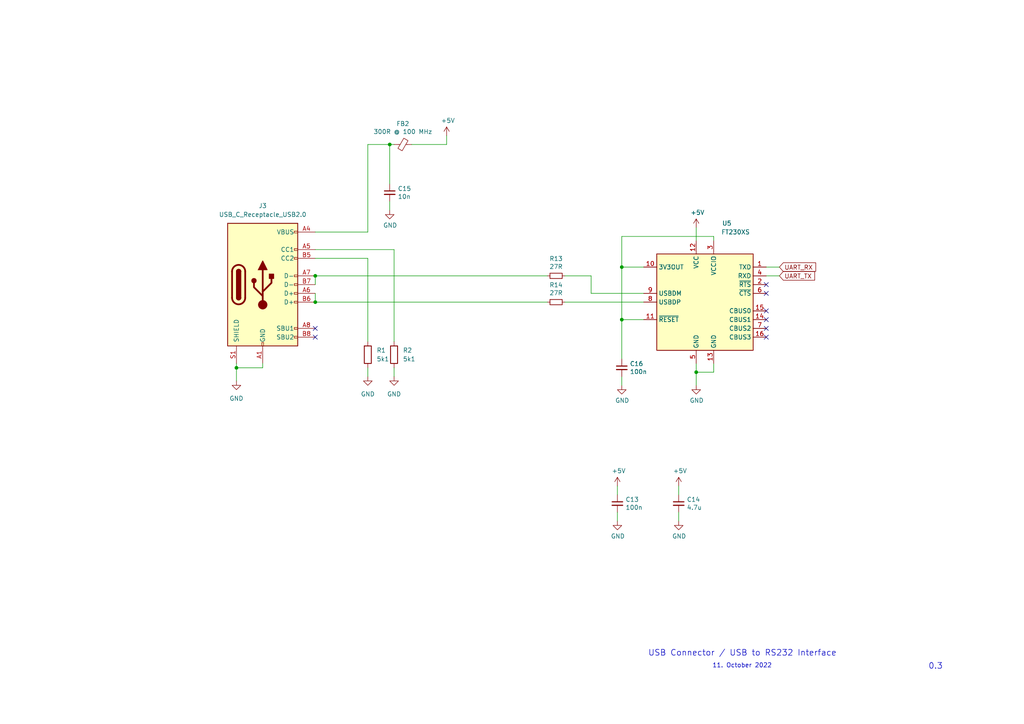
<source format=kicad_sch>
(kicad_sch (version 20211123) (generator eeschema)
  (paper "A4")
  (lib_symbols
    (symbol "Connector:USB_C_Receptacle_USB2.0" (pin_names (offset 1.016))
      (property "Reference" "J" (at -10.16 19.05 0))
      (property "Value" "USB_C_Receptacle_USB2.0" (at 19.05 19.05 0))
      (symbol "USB_C_Receptacle_USB2.0_0_0"
        (rectangle (start -0.254 -17.78) (end 0.254 -16.764))
        (rectangle (start 10.16 -14.986) (end 9.144 -15.494))
        (rectangle (start 10.16 -12.446) (end 9.144 -12.954))
        (rectangle (start 10.16 -4.826) (end 9.144 -5.334))
        (rectangle (start 10.16 -2.286) (end 9.144 -2.794))
        (rectangle (start 10.16 0.254) (end 9.144 -0.254))
        (rectangle (start 10.16 2.794) (end 9.144 2.286))
        (rectangle (start 10.16 7.874) (end 9.144 7.366))
        (rectangle (start 10.16 10.414) (end 9.144 9.906))
        (rectangle (start 10.16 15.494) (end 9.144 14.986))
      )
      (symbol "USB_C_Receptacle_USB2.0_0_1"
        (rectangle (start -10.16 17.78) (end 10.16 -17.78) (stroke (width 0.254)) (fill (type background)))
        (arc (start -8.89 -3.81) (mid -6.985 -5.715) (end -5.08 -3.81) (stroke (width 0.508)))
        (arc (start -7.62 -3.81) (mid -6.985 -4.445) (end -6.35 -3.81) (stroke (width 0.254)))
        (arc (start -7.62 -3.81) (mid -6.985 -4.445) (end -6.35 -3.81) (stroke (width 0.254)) (fill (type outline)))
        (rectangle (start -7.62 -3.81) (end -6.35 3.81) (stroke (width 0.254)) (fill (type outline)))
        (arc (start -6.35 3.81) (mid -6.985 4.445) (end -7.62 3.81) (stroke (width 0.254)))
        (arc (start -6.35 3.81) (mid -6.985 4.445) (end -7.62 3.81) (stroke (width 0.254)) (fill (type outline)))
        (arc (start -5.08 3.81) (mid -6.985 5.715) (end -8.89 3.81) (stroke (width 0.508)))
        (circle (center -2.54 1.143) (radius 0.635) (stroke (width 0.254)) (fill (type outline)))
        (circle (center 0 -5.842) (radius 1.27) (fill (type outline)))
        (polyline (pts (xy -8.89 -3.81) (xy -8.89 3.81)) (stroke (width 0.508)))
        (polyline (pts (xy -5.08 3.81) (xy -5.08 -3.81)) (stroke (width 0.508)))
        (polyline (pts (xy 0 -5.842) (xy 0 4.318)) (stroke (width 0.508)))
        (polyline (pts (xy 0 -3.302) (xy -2.54 -0.762) (xy -2.54 0.508)) (stroke (width 0.508)))
        (polyline (pts (xy 0 -2.032) (xy 2.54 0.508) (xy 2.54 1.778)) (stroke (width 0.508)))
        (polyline (pts (xy -1.27 4.318) (xy 0 6.858) (xy 1.27 4.318) (xy -1.27 4.318)) (stroke (width 0.254)) (fill (type outline)))
        (rectangle (start 1.905 1.778) (end 3.175 3.048) (stroke (width 0.254)) (fill (type outline)))
      )
      (symbol "USB_C_Receptacle_USB2.0_1_1"
        (pin passive line (at 0 -22.86 90) (length 5.08) (name "GND") (number "A1"))
        (pin passive line (at 0 -22.86 90) (length 5.08) hide (name "GND") (number "A12"))
        (pin passive line (at 15.24 15.24 180) (length 5.08) (name "VBUS") (number "A4"))
        (pin bidirectional line (at 15.24 10.16 180) (length 5.08) (name "CC1") (number "A5"))
        (pin bidirectional line (at 15.24 -2.54 180) (length 5.08) (name "D+") (number "A6"))
        (pin bidirectional line (at 15.24 2.54 180) (length 5.08) (name "D-") (number "A7"))
        (pin bidirectional line (at 15.24 -12.7 180) (length 5.08) (name "SBU1") (number "A8"))
        (pin passive line (at 15.24 15.24 180) (length 5.08) hide (name "VBUS") (number "A9"))
        (pin passive line (at 0 -22.86 90) (length 5.08) hide (name "GND") (number "B1"))
        (pin passive line (at 0 -22.86 90) (length 5.08) hide (name "GND") (number "B12"))
        (pin passive line (at 15.24 15.24 180) (length 5.08) hide (name "VBUS") (number "B4"))
        (pin bidirectional line (at 15.24 7.62 180) (length 5.08) (name "CC2") (number "B5"))
        (pin bidirectional line (at 15.24 -5.08 180) (length 5.08) (name "D+") (number "B6"))
        (pin bidirectional line (at 15.24 0 180) (length 5.08) (name "D-") (number "B7"))
        (pin bidirectional line (at 15.24 -15.24 180) (length 5.08) (name "SBU2") (number "B8"))
        (pin passive line (at 15.24 15.24 180) (length 5.08) hide (name "VBUS") (number "B9"))
        (pin passive line (at -7.62 -22.86 90) (length 5.08) (name "SHIELD") (number "S1"))
      )
    )
    (symbol "Device:C_Small" (pin_numbers hide) (pin_names (offset 0.254) hide)
      (property "Reference" "C" (at 0.254 1.778 0))
      (property "Value" "C_Small" (at 0.254 -2.032 0))
      (symbol "C_Small_0_1"
        (polyline (pts (xy -1.524 -0.508) (xy 1.524 -0.508)) (stroke (width 0.3302)))
        (polyline (pts (xy -1.524 0.508) (xy 1.524 0.508)) (stroke (width 0.3048)))
      )
      (symbol "C_Small_1_1"
        (pin passive line (at 0 2.54 270) (length 2.032) (name "~") (number "1"))
        (pin passive line (at 0 -2.54 90) (length 2.032) (name "~") (number "2"))
      )
    )
    (symbol "Device:Ferrite_Bead_Small" (pin_numbers hide) (pin_names (offset 0))
      (property "Reference" "FB" (at 1.905 1.27 0))
      (property "Value" "Device_Ferrite_Bead_Small" (at 1.905 -1.27 0))
      (symbol "Ferrite_Bead_Small_0_1"
        (polyline (pts (xy 0 -1.27) (xy 0 -0.7874)))
        (polyline (pts (xy 0 0.889) (xy 0 1.2954)))
        (polyline (pts (xy -1.8288 0.2794) (xy -1.1176 1.4986) (xy 1.8288 -0.2032) (xy 1.1176 -1.4224) (xy -1.8288 0.2794)))
      )
      (symbol "Ferrite_Bead_Small_1_1"
        (pin passive line (at 0 2.54 270) (length 1.27) (name "~") (number "1"))
        (pin passive line (at 0 -2.54 90) (length 1.27) (name "~") (number "2"))
      )
    )
    (symbol "Device:R" (pin_numbers hide) (pin_names (offset 0))
      (property "Reference" "R" (at 2.032 0 90))
      (property "Value" "R" (at 0 0 90))
      (symbol "R_0_1"
        (rectangle (start -1.016 -2.54) (end 1.016 2.54) (stroke (width 0.254)))
      )
      (symbol "R_1_1"
        (pin passive line (at 0 3.81 270) (length 1.27) (name "~") (number "1"))
        (pin passive line (at 0 -3.81 90) (length 1.27) (name "~") (number "2"))
      )
    )
    (symbol "Device:R_Small" (pin_numbers hide) (pin_names (offset 0.254) hide)
      (property "Reference" "R" (at 0.762 0.508 0))
      (property "Value" "R_Small" (at 0.762 -1.016 0))
      (symbol "R_Small_0_1"
        (rectangle (start -0.762 1.778) (end 0.762 -1.778) (stroke (width 0.2032)))
      )
      (symbol "R_Small_1_1"
        (pin passive line (at 0 2.54 270) (length 0.762) (name "~") (number "1"))
        (pin passive line (at 0 -2.54 90) (length 0.762) (name "~") (number "2"))
      )
    )
    (symbol "Interface_USB:FT230XS"
      (property "Reference" "U" (at -13.97 15.24 0))
      (property "Value" "FT230XS" (at 7.62 15.24 0))
      (symbol "FT230XS_0_1"
        (rectangle (start -13.97 13.97) (end 13.97 -13.97) (stroke (width 0.254)) (fill (type background)))
      )
      (symbol "FT230XS_1_1"
        (pin output line (at 17.78 10.16 180) (length 3.81) (name "TXD") (number "1"))
        (pin power_out line (at -17.78 10.16 0) (length 3.81) (name "3V3OUT") (number "10"))
        (pin input line (at -17.78 -5.08 0) (length 3.81) (name "~{RESET}") (number "11"))
        (pin power_in line (at -2.54 17.78 270) (length 3.81) (name "VCC") (number "12"))
        (pin power_in line (at 2.54 -17.78 90) (length 3.81) (name "GND") (number "13"))
        (pin bidirectional line (at 17.78 -5.08 180) (length 3.81) (name "CBUS1") (number "14"))
        (pin bidirectional line (at 17.78 -2.54 180) (length 3.81) (name "CBUS0") (number "15"))
        (pin bidirectional line (at 17.78 -10.16 180) (length 3.81) (name "CBUS3") (number "16"))
        (pin output line (at 17.78 5.08 180) (length 3.81) (name "~{RTS}") (number "2"))
        (pin power_in line (at 2.54 17.78 270) (length 3.81) (name "VCCIO") (number "3"))
        (pin input line (at 17.78 7.62 180) (length 3.81) (name "RXD") (number "4"))
        (pin power_in line (at -2.54 -17.78 90) (length 3.81) (name "GND") (number "5"))
        (pin input line (at 17.78 2.54 180) (length 3.81) (name "~{CTS}") (number "6"))
        (pin bidirectional line (at 17.78 -7.62 180) (length 3.81) (name "CBUS2") (number "7"))
        (pin bidirectional line (at -17.78 0 0) (length 3.81) (name "USBDP") (number "8"))
        (pin bidirectional line (at -17.78 2.54 0) (length 3.81) (name "USBDM") (number "9"))
      )
    )
    (symbol "power:+5V" (power) (pin_names (offset 0))
      (property "Value" "+5V" (at 0 3.556 0))
      (symbol "+5V_0_1"
        (polyline (pts (xy -0.762 1.27) (xy 0 2.54)))
        (polyline (pts (xy 0 0) (xy 0 2.54)))
        (polyline (pts (xy 0 2.54) (xy 0.762 1.27)))
      )
      (symbol "+5V_1_1"
        (pin power_in line (at 0 0 90) (length 0) hide (name "+5V") (number "1"))
      )
    )
    (symbol "power:GND" (power) (pin_names (offset 0))
      (property "Value" "GND" (at 0 -3.81 0))
      (symbol "GND_0_1"
        (polyline (pts (xy 0 0) (xy 0 -1.27) (xy 1.27 -1.27) (xy 0 -2.54) (xy -1.27 -1.27) (xy 0 -1.27)))
      )
      (symbol "GND_1_1"
        (pin power_in line (at 0 0 270) (length 0) hide (name "GND") (number "1"))
      )
    )
  )
  (junction (at 91.44 87.63))
  (junction (at 68.58 106.68))
  (junction (at 180.34 77.47))
  (junction (at 113.03 41.91))
  (junction (at 180.34 92.71))
  (junction (at 201.93 107.95))
  (junction (at 91.44 80.01))
  (no_connect (at 222.25 85.09))
  (no_connect (at 222.25 92.71))
  (no_connect (at 222.25 82.55))
  (no_connect (at 222.25 97.79))
  (no_connect (at 222.25 95.25))
  (no_connect (at 91.44 95.25))
  (no_connect (at 91.44 97.79))
  (no_connect (at 222.25 90.17))
  (wire (pts (xy 179.07 148.59) (xy 179.07 151.13)))
  (wire (pts (xy 226.06 80.01) (xy 222.25 80.01)))
  (wire (pts (xy 207.01 107.95) (xy 201.93 107.95)))
  (wire (pts (xy 207.01 105.41) (xy 207.01 107.95)))
  (wire (pts (xy 196.85 148.59) (xy 196.85 151.13)))
  (wire (pts (xy 91.44 67.31) (xy 106.68 67.31)))
  (wire (pts (xy 113.03 53.34) (xy 113.03 41.91)))
  (wire (pts (xy 119.38 41.91) (xy 129.54 41.91)))
  (wire (pts (xy 106.68 41.91) (xy 113.03 41.91)))
  (wire (pts (xy 201.93 107.95) (xy 201.93 111.76)))
  (wire (pts (xy 68.58 105.41) (xy 68.58 106.68)))
  (wire (pts (xy 113.03 41.91) (xy 114.3 41.91)))
  (wire (pts (xy 106.68 74.93) (xy 106.68 99.06)))
  (wire (pts (xy 163.83 80.01) (xy 171.45 80.01)))
  (wire (pts (xy 129.54 41.91) (xy 129.54 39.37)))
  (wire (pts (xy 186.69 92.71) (xy 180.34 92.71)))
  (wire (pts (xy 207.01 69.85) (xy 207.01 68.58)))
  (wire (pts (xy 68.58 106.68) (xy 68.58 110.49)))
  (wire (pts (xy 171.45 80.01) (xy 171.45 85.09)))
  (wire (pts (xy 113.03 58.42) (xy 113.03 60.96)))
  (wire (pts (xy 68.58 106.68) (xy 76.2 106.68)))
  (wire (pts (xy 226.06 77.47) (xy 222.25 77.47)))
  (wire (pts (xy 207.01 68.58) (xy 180.34 68.58)))
  (wire (pts (xy 76.2 106.68) (xy 76.2 105.41)))
  (wire (pts (xy 180.34 68.58) (xy 180.34 77.47)))
  (wire (pts (xy 171.45 85.09) (xy 186.69 85.09)))
  (wire (pts (xy 91.44 80.01) (xy 91.44 82.55)))
  (wire (pts (xy 186.69 77.47) (xy 180.34 77.47)))
  (wire (pts (xy 163.83 87.63) (xy 186.69 87.63)))
  (wire (pts (xy 106.68 106.68) (xy 106.68 109.22)))
  (wire (pts (xy 201.93 66.04) (xy 201.93 69.85)))
  (wire (pts (xy 201.93 105.41) (xy 201.93 107.95)))
  (wire (pts (xy 180.34 92.71) (xy 180.34 104.14)))
  (wire (pts (xy 91.44 80.01) (xy 158.75 80.01)))
  (wire (pts (xy 114.3 72.39) (xy 114.3 99.06)))
  (wire (pts (xy 91.44 87.63) (xy 158.75 87.63)))
  (wire (pts (xy 91.44 72.39) (xy 114.3 72.39)))
  (wire (pts (xy 196.85 140.97) (xy 196.85 143.51)))
  (wire (pts (xy 179.07 140.97) (xy 179.07 143.51)))
  (wire (pts (xy 91.44 85.09) (xy 91.44 87.63)))
  (wire (pts (xy 180.34 111.76) (xy 180.34 109.22)))
  (wire (pts (xy 106.68 67.31) (xy 106.68 41.91)))
  (wire (pts (xy 114.3 106.68) (xy 114.3 109.22)))
  (wire (pts (xy 91.44 74.93) (xy 106.68 74.93)))
  (wire (pts (xy 180.34 77.47) (xy 180.34 92.71)))
  (text "11. October 2022" (at 206.5959 193.882 0) (effects (font (size 1.27 1.27)) (justify left bottom)))
  (text "USB Connector / USB to RS232 Interface" (at 187.96 190.5 0) (effects (font (size 1.7018 1.7018)) (justify left bottom)))
  (text "0.3" (at 269.24 194.31 0) (effects (font (size 1.7018 1.7018)) (justify left bottom)))
  (global_label "UART_RX" (shape input) (at 226.06 77.47 0) (property "Intersheet References" "${INTERSHEET_REFS}" (effects hide)))
  (global_label "UART_TX" (shape input) (at 226.06 80.01 0) (property "Intersheet References" "${INTERSHEET_REFS}" (effects hide)))
  (symbol (lib_id "Interface_USB:FT230XS") (at 204.47 87.63 0) (unit 1)
    (property "Reference" "U5" (at 210.82 64.77 0))
    (property "Value" "FT230XS" (at 213.36 67.31 0))
    (property "Footprint" "Package_SO:SSOP-16_3.9x4.9mm_P0.635mm" (effects hide))
    (property "Datasheet" "/home/Shared/Dropbpx/NeXT/DALI_USB_interface/PCB/DALI_USB_V0_5_LPC/datasheets/DS_FT230X.pdf" (effects hide))
    (property "Digikey" "768-1135-6-ND " (effects hide))
    (property "LCSC" "C69082" (effects hide))
  )
  (symbol (lib_id "power:GND") (at 201.93 111.76 0) (unit 1)
    (property "Reference" "#PWR0134" (effects hide))
    (property "Value" "GND" (at 202.057 116.1542 0))
  )
  (symbol (lib_id "Device:R_Small") (at 161.29 80.01 270) (unit 1)
    (property "Reference" "R13" (at 161.29 75.0316 90))
    (property "Value" "27R" (at 161.29 77.343 90))
    (property "Footprint" "Resistor_SMD:R_0603_1608Metric" (effects hide))
    (property "Datasheet" "/home/Shared/Dropbpx/NeXT/DALI_USB_interface/PCB/DALI_USB_V0_5_LPC/datasheets/Uniroyal-Elec-0603WAF270JT5E_C25190.pdf" (effects hide))
    (property "Reichelt" "SORT 1206 R25E12" (effects hide))
    (property "LCSC" "C25190" (effects hide))
  )
  (symbol (lib_id "Device:C_Small") (at 180.34 106.68 0) (unit 1)
    (property "Reference" "C16" (at 182.6768 105.5116 0) (effects (justify left)))
    (property "Value" "100n" (at 182.6768 107.823 0) (effects (justify left)))
    (property "Footprint" "Capacitor_SMD:C_0603_1608Metric" (effects hide))
    (property "Datasheet" "/home/Shared/Dropbpx/NeXT/DALI_USB_interface/PCB/DALI_USB_V0_5_LPC/datasheets/YAGEO-CC0603KRX7R9BB104_C14663.pdf" (effects hide))
    (property "LCSC" "C14663" (effects hide))
  )
  (symbol (lib_id "Device:C_Small") (at 196.85 146.05 0) (unit 1)
    (property "Reference" "C14" (at 199.1868 144.8816 0) (effects (justify left)))
    (property "Value" "4.7u" (at 199.1868 147.193 0) (effects (justify left)))
    (property "Footprint" "Capacitor_SMD:C_0603_1608Metric" (effects hide))
    (property "Datasheet" "/home/Shared/Dropbpx/NeXT/DALI_USB_interface/PCB/DALI_USB_V0_5_LPC/datasheets/Samsung-Electro-Mechanics-CL10A475KO8NNNC_C19666.pdf" (effects hide))
    (property "Reichelt" " ECC KTS250B475K" (effects hide))
    (property "LCSC" "C19666" (effects hide))
  )
  (symbol (lib_id "Device:Ferrite_Bead_Small") (at 116.84 41.91 270) (unit 1)
    (property "Reference" "FB2" (at 116.84 35.8902 90))
    (property "Value" "300R @ 100 MHz" (at 116.84 38.2016 90))
    (property "Footprint" "Resistor_SMD:R_0603_1608Metric" (effects hide))
    (property "Datasheet" "/home/Shared/Dropbpx/NeXT/DALI_USB_interface/PCB/DALI_USB_V0_5_LPC/datasheets/1811071711_Sunlord-GZ1608D301TF_C96698.pdf" (effects hide))
    (property "Digikey" "LBR29012T100M" (effects hide))
    (property "LCSC" "C96698" (effects hide))
  )
  (symbol (lib_id "power:GND") (at 180.34 111.76 0) (unit 1)
    (property "Reference" "#PWR0135" (effects hide))
    (property "Value" "GND" (at 180.467 116.1542 0))
  )
  (symbol (lib_id "power:GND") (at 179.07 151.13 0) (unit 1)
    (property "Reference" "#PWR0136" (effects hide))
    (property "Value" "GND" (at 179.197 155.5242 0))
  )
  (symbol (lib_id "power:GND") (at 196.85 151.13 0) (unit 1)
    (property "Reference" "#PWR0137" (effects hide))
    (property "Value" "GND" (at 196.977 155.5242 0))
  )
  (symbol (lib_id "power:+5V") (at 179.07 140.97 0) (unit 1)
    (property "Reference" "#PWR0138" (effects hide))
    (property "Value" "+5V" (at 179.451 136.5758 0))
  )
  (symbol (lib_id "power:+5V") (at 196.85 140.97 0) (unit 1)
    (property "Reference" "#PWR0139" (effects hide))
    (property "Value" "+5V" (at 197.231 136.5758 0))
  )
  (symbol (lib_id "Device:C_Small") (at 113.03 55.88 0) (unit 1)
    (property "Reference" "C15" (at 115.3668 54.7116 0) (effects (justify left)))
    (property "Value" "10n" (at 115.3668 57.023 0) (effects (justify left)))
    (property "Footprint" "Capacitor_SMD:C_0603_1608Metric" (effects hide))
    (property "Datasheet" "/home/Shared/Dropbpx/NeXT/DALI_USB_interface/PCB/DALI_USB_V0_5_LPC/datasheets/Guangdong-Fenghua-Advanced-Tech-0603B103K500NT_C57112.pdf" (effects hide))
    (property "LCSC" "C57112" (effects hide))
  )
  (symbol (lib_id "power:GND") (at 113.03 60.96 0) (unit 1)
    (property "Reference" "#PWR0140" (effects hide))
    (property "Value" "GND" (at 113.157 65.3542 0))
  )
  (symbol (lib_id "Device:C_Small") (at 179.07 146.05 0) (unit 1)
    (property "Reference" "C13" (at 181.4068 144.8816 0) (effects (justify left)))
    (property "Value" "100n" (at 181.4068 147.193 0) (effects (justify left)))
    (property "Footprint" "Capacitor_SMD:C_0603_1608Metric" (effects hide))
    (property "Datasheet" "/home/Shared/Dropbpx/NeXT/DALI_USB_interface/PCB/DALI_USB_V0_5_LPC/datasheets/YAGEO-CC0603KRX7R9BB104_C14663.pdf" (effects hide))
    (property "LCSC" "C14663" (effects hide))
  )
  (symbol (lib_id "Device:R_Small") (at 161.29 87.63 270) (unit 1)
    (property "Reference" "R14" (at 161.29 82.6516 90))
    (property "Value" "27R" (at 161.29 84.963 90))
    (property "Footprint" "Resistor_SMD:R_0603_1608Metric" (effects hide))
    (property "Datasheet" "/home/Shared/Dropbpx/NeXT/DALI_USB_interface/PCB/DALI_USB_V0_5_LPC/datasheets/Uniroyal-Elec-0603WAF270JT5E_C25190.pdf" (effects hide))
    (property "Reichelt" "SORT 1206 R25E12" (effects hide))
    (property "LCSC" "C25190" (effects hide))
  )
  (symbol (lib_id "power:+5V") (at 129.54 39.37 0) (unit 1)
    (property "Reference" "#PWR0124" (effects hide))
    (property "Value" "+5V" (at 129.921 34.9758 0))
  )
  (symbol (lib_id "power:+5V") (at 201.93 66.04 0) (unit 1)
    (property "Reference" "#PWR0126" (effects hide))
    (property "Value" "+5V" (at 202.311 61.6458 0))
  )
  (symbol (lib_id "Device:R") (at 106.68 102.87 180) (unit 1)
    (property "Reference" "R1" (at 109.22 101.5999 0) (effects (justify right)))
    (property "Value" "5k1" (at 109.22 104.1399 0) (effects (justify right)))
    (property "Footprint" "Resistor_SMD:R_0603_1608Metric" (effects hide))
    (property "Datasheet" "/home/Shared/Dropbox/NeXT/DALI_USB_interface/PCB/DALI_USB_V0_5_LPC/datasheets/1912111437_Resistor-Today-ETCR0603F5K10K9_C365441.pdf" (effects hide))
    (property "LCSC" "C365441" (effects hide))
  )
  (symbol (lib_id "power:GND") (at 114.3 109.22 0) (unit 1)
    (property "Reference" "#PWR03" (effects hide))
    (property "Value" "GND" (at 114.3 114.3 0))
  )
  (symbol (lib_id "Connector:USB_C_Receptacle_USB2.0") (at 76.2 82.55 0) (unit 1)
    (property "Reference" "J3" (at 76.2 59.69 0))
    (property "Value" "USB_C_Receptacle_USB2.0" (at 76.2 62.23 0))
    (property "Footprint" "Connector_USB:USB_C_Receptacle_XKB_U262-16XN-4BVC11" (effects hide))
    (property "Datasheet" "/home/Shared/Dropbox/NeXT/DALI_USB_interface/PCB/DALI_USB_V0_5_LPC/datasheets/2204071430_CIKI-TYPE-C-2-0-16PIN-SMT-3_C2987386.pdf" (effects hide))
    (property "LCSC" "C2987386" (effects hide))
  )
  (symbol (lib_id "power:GND") (at 68.58 110.49 0) (unit 1)
    (property "Reference" "#PWR01" (effects hide))
    (property "Value" "GND" (at 68.58 115.57 0))
  )
  (symbol (lib_id "power:GND") (at 106.68 109.22 0) (unit 1)
    (property "Reference" "#PWR02" (effects hide))
    (property "Value" "GND" (at 106.68 114.3 0))
  )
  (symbol (lib_id "Device:R") (at 114.3 102.87 0) (unit 1)
    (property "Reference" "R2" (at 116.84 101.5999 0) (effects (justify left)))
    (property "Value" "5k1" (at 116.84 104.1399 0) (effects (justify left)))
    (property "Footprint" "Resistor_SMD:R_0603_1608Metric" (effects hide))
    (property "Datasheet" "/home/Shared/Dropbox/NeXT/DALI_USB_interface/PCB/DALI_USB_V0_5_LPC/datasheets/1912111437_Resistor-Today-ETCR0603F5K10K9_C365441.pdf" (effects hide))
    (property "LCSC" "C365441" (effects hide))
  )
)
</source>
